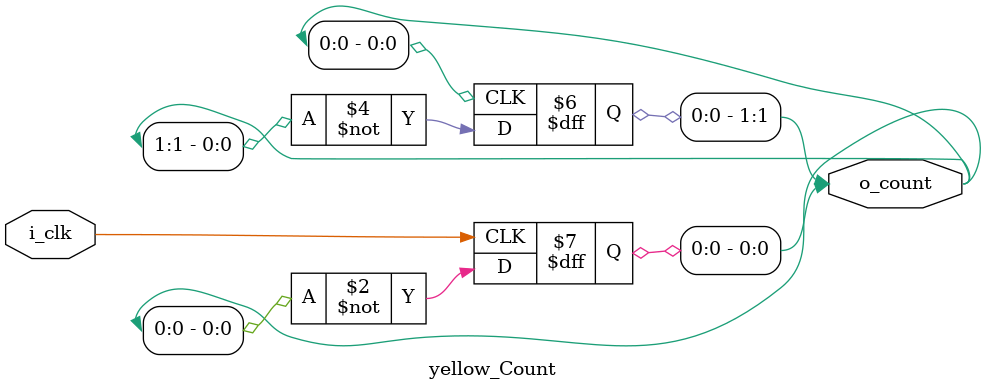
<source format=v>
module traffic_light_ctrl_eng (
//Port Declarations
	//Inputs
	input wire [4:0] i_NS_count  	 	,
	input wire [3:0] i_EW_count  	 	,
	input wire [1:0] yellow_count	 	,
	input wire		 NS_vehicle_detect	,
	input wire 		 EW_vehicle_detect  ,
	//Outputs
	output reg			NS_red			,
	output reg			NS_yellow		,
	output reg			NS_green		,
	output reg			EW_red			,
	output reg			EW_yellow		,
	output reg			EW_green		
);

//Initialization
initial begin

    NS_red		<=1'b0;
    NS_yellow	<=1'b0;
    NS_green	<=1'b1;
    EW_red		<=1'b1;
    EW_yellow	<=1'b0;
    EW_green	<=1'b0;

end

//NS_Controller
always @ (i_NS_count, i_EW_count, yellow_count) begin

	if(i_NS_count == 31 & EW_vehicle_detect & NS_green) begin
	
	NS_red		<=1'b0;
	NS_yellow	<=1'b1;
	NS_green	<=1'b0;
	EW_red		<=1'b1;
	EW_yellow	<=1'b0;
	EW_green	<=1'b0;
	
	end

end

//EW_Controller
always @ (i_EW_count) begin

	if(i_EW_count == 15 & NS_vehicle_detect & EW_green) begin
	
	NS_red		<=1'b1;
	NS_yellow	<=1'b0;
	NS_green	<=1'b0;
	EW_red		<=1'b0;
	EW_yellow	<=1'b1;
	EW_green	<=1'b0;
	
	end
	
end

// Yellow Controller
always @ (yellow_count) begin
	
	if(yellow_count == 3 & NS_yellow) begin
	
	NS_red		<=1'b1;
	NS_yellow	<=1'b0;
	NS_green	<=1'b0;
	EW_red		<=1'b0;
	EW_yellow	<=1'b0;
	EW_green	<=1'b1;
	
	end
	
	if(yellow_count ==3 & EW_yellow) begin
	
	NS_red		<=1'b0;
	NS_yellow	<=1'b0;
	NS_green	<=1'b1;
	EW_red		<=1'b1;
	EW_yellow	<=1'b0;
	EW_green	<=1'b0;
	
	end

end

endmodule

//NS Counter
module NS_Count(
//Port Declaration
input wire		 	 i_clk	 , //Input Clock signal
output reg [4:0]	 o_count  //Output Counter
);

//Intialization
initial
	o_count = 0;
	
always @ (negedge i_clk)
	o_count[0] <= ~o_count[0];
	
always @ (negedge o_count[0])
	o_count[1] <= ~o_count[1];

always @ (negedge o_count[1])
	o_count[2] <= ~o_count[2];
	
always @ (negedge o_count[2])
	o_count[3] <= ~o_count[3];
	
always @ (negedge o_count[3])
	o_count[4] <= ~o_count[4];

endmodule

//EW Counter
module EW_Count(
//Port Declaration
input wire		 	 i_clk	 , //Input Clock signal
output reg [3:0]	 o_count  //Output Counter
);

//Intialization
initial
	o_count = 0;
	
always @ (negedge i_clk)
	o_count[0] <= ~o_count[0];
	
always @ (negedge o_count[0])
	o_count[1] <= ~o_count[1];

always @ (negedge o_count[1])
	o_count[2] <= ~o_count[2];
	
always @ (negedge o_count[2])
	o_count[3] <= ~o_count[3];

endmodule

//Yellow Counter
module yellow_Count(
//Port Declaration
input wire		 	 i_clk	 , //Input Clock signal
output reg [1:0]	 o_count  //Output Counter
);

//Intialization
initial
	o_count = 0;
	
always @ (negedge i_clk)
	o_count[0] <= ~o_count[0];
	
always @ (negedge o_count[0])
	o_count[1] <= ~o_count[1];

endmodule
</source>
